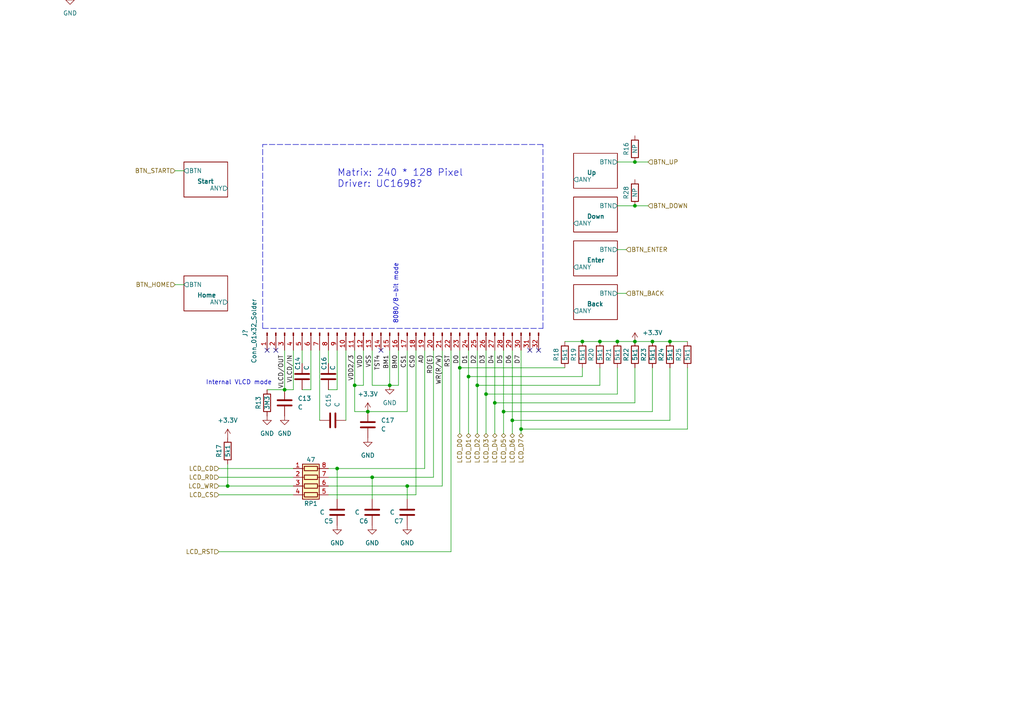
<source format=kicad_sch>
(kicad_sch (version 20211123) (generator eeschema)
  (paper "A4")
  (lib_symbols
    (symbol "Connector:Conn_01x32_Male" (pin_names (offset 1.016) hide)
      (property "Reference" "J" (at 0 40.64 0))
      (property "Value" "Conn_01x32_Male" (at 0 -43.18 0))
      (symbol "Conn_01x32_Male_1_1"
        (polyline (pts (xy 1.27 -40.64) (xy 0.8636 -40.64)) (stroke (width 0.1524)))
        (polyline (pts (xy 1.27 -38.1) (xy 0.8636 -38.1)) (stroke (width 0.1524)))
        (polyline (pts (xy 1.27 -35.56) (xy 0.8636 -35.56)) (stroke (width 0.1524)))
        (polyline (pts (xy 1.27 -33.02) (xy 0.8636 -33.02)) (stroke (width 0.1524)))
        (polyline (pts (xy 1.27 -30.48) (xy 0.8636 -30.48)) (stroke (width 0.1524)))
        (polyline (pts (xy 1.27 -27.94) (xy 0.8636 -27.94)) (stroke (width 0.1524)))
        (polyline (pts (xy 1.27 -25.4) (xy 0.8636 -25.4)) (stroke (width 0.1524)))
        (polyline (pts (xy 1.27 -22.86) (xy 0.8636 -22.86)) (stroke (width 0.1524)))
        (polyline (pts (xy 1.27 -20.32) (xy 0.8636 -20.32)) (stroke (width 0.1524)))
        (polyline (pts (xy 1.27 -17.78) (xy 0.8636 -17.78)) (stroke (width 0.1524)))
        (polyline (pts (xy 1.27 -15.24) (xy 0.8636 -15.24)) (stroke (width 0.1524)))
        (polyline (pts (xy 1.27 -12.7) (xy 0.8636 -12.7)) (stroke (width 0.1524)))
        (polyline (pts (xy 1.27 -10.16) (xy 0.8636 -10.16)) (stroke (width 0.1524)))
        (polyline (pts (xy 1.27 -7.62) (xy 0.8636 -7.62)) (stroke (width 0.1524)))
        (polyline (pts (xy 1.27 -5.08) (xy 0.8636 -5.08)) (stroke (width 0.1524)))
        (polyline (pts (xy 1.27 -2.54) (xy 0.8636 -2.54)) (stroke (width 0.1524)))
        (polyline (pts (xy 1.27 0) (xy 0.8636 0)) (stroke (width 0.1524)))
        (polyline (pts (xy 1.27 2.54) (xy 0.8636 2.54)) (stroke (width 0.1524)))
        (polyline (pts (xy 1.27 5.08) (xy 0.8636 5.08)) (stroke (width 0.1524)))
        (polyline (pts (xy 1.27 7.62) (xy 0.8636 7.62)) (stroke (width 0.1524)))
        (polyline (pts (xy 1.27 10.16) (xy 0.8636 10.16)) (stroke (width 0.1524)))
        (polyline (pts (xy 1.27 12.7) (xy 0.8636 12.7)) (stroke (width 0.1524)))
        (polyline (pts (xy 1.27 15.24) (xy 0.8636 15.24)) (stroke (width 0.1524)))
        (polyline (pts (xy 1.27 17.78) (xy 0.8636 17.78)) (stroke (width 0.1524)))
        (polyline (pts (xy 1.27 20.32) (xy 0.8636 20.32)) (stroke (width 0.1524)))
        (polyline (pts (xy 1.27 22.86) (xy 0.8636 22.86)) (stroke (width 0.1524)))
        (polyline (pts (xy 1.27 25.4) (xy 0.8636 25.4)) (stroke (width 0.1524)))
        (polyline (pts (xy 1.27 27.94) (xy 0.8636 27.94)) (stroke (width 0.1524)))
        (polyline (pts (xy 1.27 30.48) (xy 0.8636 30.48)) (stroke (width 0.1524)))
        (polyline (pts (xy 1.27 33.02) (xy 0.8636 33.02)) (stroke (width 0.1524)))
        (polyline (pts (xy 1.27 35.56) (xy 0.8636 35.56)) (stroke (width 0.1524)))
        (polyline (pts (xy 1.27 38.1) (xy 0.8636 38.1)) (stroke (width 0.1524)))
        (rectangle (start 0.8636 -40.513) (end 0 -40.767) (stroke (width 0.1524)) (fill (type outline)))
        (rectangle (start 0.8636 -37.973) (end 0 -38.227) (stroke (width 0.1524)) (fill (type outline)))
        (rectangle (start 0.8636 -35.433) (end 0 -35.687) (stroke (width 0.1524)) (fill (type outline)))
        (rectangle (start 0.8636 -32.893) (end 0 -33.147) (stroke (width 0.1524)) (fill (type outline)))
        (rectangle (start 0.8636 -30.353) (end 0 -30.607) (stroke (width 0.1524)) (fill (type outline)))
        (rectangle (start 0.8636 -27.813) (end 0 -28.067) (stroke (width 0.1524)) (fill (type outline)))
        (rectangle (start 0.8636 -25.273) (end 0 -25.527) (stroke (width 0.1524)) (fill (type outline)))
        (rectangle (start 0.8636 -22.733) (end 0 -22.987) (stroke (width 0.1524)) (fill (type outline)))
        (rectangle (start 0.8636 -20.193) (end 0 -20.447) (stroke (width 0.1524)) (fill (type outline)))
        (rectangle (start 0.8636 -17.653) (end 0 -17.907) (stroke (width 0.1524)) (fill (type outline)))
        (rectangle (start 0.8636 -15.113) (end 0 -15.367) (stroke (width 0.1524)) (fill (type outline)))
        (rectangle (start 0.8636 -12.573) (end 0 -12.827) (stroke (width 0.1524)) (fill (type outline)))
        (rectangle (start 0.8636 -10.033) (end 0 -10.287) (stroke (width 0.1524)) (fill (type outline)))
        (rectangle (start 0.8636 -7.493) (end 0 -7.747) (stroke (width 0.1524)) (fill (type outline)))
        (rectangle (start 0.8636 -4.953) (end 0 -5.207) (stroke (width 0.1524)) (fill (type outline)))
        (rectangle (start 0.8636 -2.413) (end 0 -2.667) (stroke (width 0.1524)) (fill (type outline)))
        (rectangle (start 0.8636 0.127) (end 0 -0.127) (stroke (width 0.1524)) (fill (type outline)))
        (rectangle (start 0.8636 2.667) (end 0 2.413) (stroke (width 0.1524)) (fill (type outline)))
        (rectangle (start 0.8636 5.207) (end 0 4.953) (stroke (width 0.1524)) (fill (type outline)))
        (rectangle (start 0.8636 7.747) (end 0 7.493) (stroke (width 0.1524)) (fill (type outline)))
        (rectangle (start 0.8636 10.287) (end 0 10.033) (stroke (width 0.1524)) (fill (type outline)))
        (rectangle (start 0.8636 12.827) (end 0 12.573) (stroke (width 0.1524)) (fill (type outline)))
        (rectangle (start 0.8636 15.367) (end 0 15.113) (stroke (width 0.1524)) (fill (type outline)))
        (rectangle (start 0.8636 17.907) (end 0 17.653) (stroke (width 0.1524)) (fill (type outline)))
        (rectangle (start 0.8636 20.447) (end 0 20.193) (stroke (width 0.1524)) (fill (type outline)))
        (rectangle (start 0.8636 22.987) (end 0 22.733) (stroke (width 0.1524)) (fill (type outline)))
        (rectangle (start 0.8636 25.527) (end 0 25.273) (stroke (width 0.1524)) (fill (type outline)))
        (rectangle (start 0.8636 28.067) (end 0 27.813) (stroke (width 0.1524)) (fill (type outline)))
        (rectangle (start 0.8636 30.607) (end 0 30.353) (stroke (width 0.1524)) (fill (type outline)))
        (rectangle (start 0.8636 33.147) (end 0 32.893) (stroke (width 0.1524)) (fill (type outline)))
        (rectangle (start 0.8636 35.687) (end 0 35.433) (stroke (width 0.1524)) (fill (type outline)))
        (rectangle (start 0.8636 38.227) (end 0 37.973) (stroke (width 0.1524)) (fill (type outline)))
        (pin passive line (at 5.08 38.1 180) (length 3.81) (name "Pin_1") (number "1"))
        (pin passive line (at 5.08 15.24 180) (length 3.81) (name "Pin_10") (number "10"))
        (pin passive line (at 5.08 12.7 180) (length 3.81) (name "Pin_11") (number "11"))
        (pin passive line (at 5.08 10.16 180) (length 3.81) (name "Pin_12") (number "12"))
        (pin passive line (at 5.08 7.62 180) (length 3.81) (name "Pin_13") (number "13"))
        (pin passive line (at 5.08 5.08 180) (length 3.81) (name "Pin_14") (number "14"))
        (pin passive line (at 5.08 2.54 180) (length 3.81) (name "Pin_15") (number "15"))
        (pin passive line (at 5.08 0 180) (length 3.81) (name "Pin_16") (number "16"))
        (pin passive line (at 5.08 -2.54 180) (length 3.81) (name "Pin_17") (number "17"))
        (pin passive line (at 5.08 -5.08 180) (length 3.81) (name "Pin_18") (number "18"))
        (pin passive line (at 5.08 -7.62 180) (length 3.81) (name "Pin_19") (number "19"))
        (pin passive line (at 5.08 35.56 180) (length 3.81) (name "Pin_2") (number "2"))
        (pin passive line (at 5.08 -10.16 180) (length 3.81) (name "Pin_20") (number "20"))
        (pin passive line (at 5.08 -12.7 180) (length 3.81) (name "Pin_21") (number "21"))
        (pin passive line (at 5.08 -15.24 180) (length 3.81) (name "Pin_22") (number "22"))
        (pin passive line (at 5.08 -17.78 180) (length 3.81) (name "Pin_23") (number "23"))
        (pin passive line (at 5.08 -20.32 180) (length 3.81) (name "Pin_24") (number "24"))
        (pin passive line (at 5.08 -22.86 180) (length 3.81) (name "Pin_25") (number "25"))
        (pin passive line (at 5.08 -25.4 180) (length 3.81) (name "Pin_26") (number "26"))
        (pin passive line (at 5.08 -27.94 180) (length 3.81) (name "Pin_27") (number "27"))
        (pin passive line (at 5.08 -30.48 180) (length 3.81) (name "Pin_28") (number "28"))
        (pin passive line (at 5.08 -33.02 180) (length 3.81) (name "Pin_29") (number "29"))
        (pin passive line (at 5.08 33.02 180) (length 3.81) (name "Pin_3") (number "3"))
        (pin passive line (at 5.08 -35.56 180) (length 3.81) (name "Pin_30") (number "30"))
        (pin passive line (at 5.08 -38.1 180) (length 3.81) (name "Pin_31") (number "31"))
        (pin passive line (at 5.08 -40.64 180) (length 3.81) (name "Pin_32") (number "32"))
        (pin passive line (at 5.08 30.48 180) (length 3.81) (name "Pin_4") (number "4"))
        (pin passive line (at 5.08 27.94 180) (length 3.81) (name "Pin_5") (number "5"))
        (pin passive line (at 5.08 25.4 180) (length 3.81) (name "Pin_6") (number "6"))
        (pin passive line (at 5.08 22.86 180) (length 3.81) (name "Pin_7") (number "7"))
        (pin passive line (at 5.08 20.32 180) (length 3.81) (name "Pin_8") (number "8"))
        (pin passive line (at 5.08 17.78 180) (length 3.81) (name "Pin_9") (number "9"))
      )
    )
    (symbol "Device:C" (pin_numbers hide) (pin_names (offset 0.254))
      (property "Reference" "C" (at 0.635 2.54 0))
      (property "Value" "C" (at 0.635 -2.54 0))
      (symbol "C_0_1"
        (polyline (pts (xy -2.032 -0.762) (xy 2.032 -0.762)) (stroke (width 0.508)))
        (polyline (pts (xy -2.032 0.762) (xy 2.032 0.762)) (stroke (width 0.508)))
      )
      (symbol "C_1_1"
        (pin passive line (at 0 3.81 270) (length 2.794) (name "~") (number "1"))
        (pin passive line (at 0 -3.81 90) (length 2.794) (name "~") (number "2"))
      )
    )
    (symbol "Device:LED_Series" (pin_names (offset 1.016) hide)
      (property "Reference" "D" (at 0 5.715 0))
      (property "Value" "LED_Series" (at 0 3.81 0))
      (symbol "LED_Series_0_1"
        (polyline (pts (xy -3.81 0) (xy -1.016 0)))
        (polyline (pts (xy -3.683 -1.27) (xy -3.683 1.27)) (stroke (width 0.254)))
        (polyline (pts (xy -0.508 0) (xy -0.762 0)))
        (polyline (pts (xy 0.127 0) (xy -0.127 0)))
        (polyline (pts (xy 0.508 0) (xy 0.762 0)))
        (polyline (pts (xy 1.016 0) (xy 3.81 0)))
        (polyline (pts (xy 1.143 -1.27) (xy 1.143 1.27)) (stroke (width 0.254)))
        (polyline (pts (xy -1.143 -1.27) (xy -1.143 1.27) (xy -3.683 0) (xy -1.143 -1.27)) (stroke (width 0.254)))
        (polyline (pts (xy 3.683 -1.27) (xy 3.683 1.27) (xy 1.143 0) (xy 3.683 -1.27)) (stroke (width 0.254)))
        (polyline (pts (xy -3.302 1.397) (xy -1.778 2.921) (xy -2.54 2.921) (xy -1.778 2.921) (xy -1.778 2.159)))
        (polyline (pts (xy -2.032 1.397) (xy -0.508 2.921) (xy -1.27 2.921) (xy -0.508 2.921) (xy -0.508 2.159)))
        (polyline (pts (xy 1.524 1.397) (xy 3.048 2.921) (xy 2.286 2.921) (xy 3.048 2.921) (xy 3.048 2.159)))
        (polyline (pts (xy 2.794 1.397) (xy 4.318 2.921) (xy 3.556 2.921) (xy 4.318 2.921) (xy 4.318 2.159)))
      )
      (symbol "LED_Series_1_1"
        (pin passive line (at -6.35 0 0) (length 2.54) (name "K") (number "1"))
        (pin passive line (at 6.35 0 180) (length 2.54) (name "A") (number "2"))
      )
    )
    (symbol "Device:Q_NPN_BEC" (pin_names (offset 0) hide)
      (property "Reference" "Q" (at 5.08 1.27 0))
      (property "Value" "Q_NPN_BEC" (at 5.08 -1.27 0))
      (symbol "Q_NPN_BEC_0_1"
        (polyline (pts (xy 0.635 0.635) (xy 2.54 2.54)))
        (polyline (pts (xy 0.635 -0.635) (xy 2.54 -2.54) (xy 2.54 -2.54)))
        (polyline (pts (xy 0.635 1.905) (xy 0.635 -1.905) (xy 0.635 -1.905)) (stroke (width 0.508)))
        (polyline (pts (xy 1.27 -1.778) (xy 1.778 -1.27) (xy 2.286 -2.286) (xy 1.27 -1.778) (xy 1.27 -1.778)) (fill (type outline)))
        (circle (center 1.27 0) (radius 2.8194) (stroke (width 0.254)))
      )
      (symbol "Q_NPN_BEC_1_1"
        (pin input line (at -5.08 0 0) (length 5.715) (name "B") (number "1"))
        (pin passive line (at 2.54 -5.08 90) (length 2.54) (name "E") (number "2"))
        (pin passive line (at 2.54 5.08 270) (length 2.54) (name "C") (number "3"))
      )
    )
    (symbol "Device:R" (pin_numbers hide) (pin_names (offset 0))
      (property "Reference" "R" (at 2.032 0 90))
      (property "Value" "R" (at 0 0 90))
      (symbol "R_0_1"
        (rectangle (start -1.016 -2.54) (end 1.016 2.54) (stroke (width 0.254)))
      )
      (symbol "R_1_1"
        (pin passive line (at 0 3.81 270) (length 1.27) (name "~") (number "1"))
        (pin passive line (at 0 -3.81 90) (length 1.27) (name "~") (number "2"))
      )
    )
    (symbol "Device:R_Pack04" (pin_names (offset 0) hide)
      (property "Reference" "RN" (at -7.62 0 90))
      (property "Value" "R_Pack04" (at 5.08 0 90))
      (symbol "R_Pack04_0_1"
        (rectangle (start -6.35 -2.413) (end 3.81 2.413) (stroke (width 0.254)) (fill (type background)))
        (rectangle (start -5.715 1.905) (end -4.445 -1.905) (stroke (width 0.254)))
        (rectangle (start -3.175 1.905) (end -1.905 -1.905) (stroke (width 0.254)))
        (rectangle (start -0.635 1.905) (end 0.635 -1.905) (stroke (width 0.254)))
        (polyline (pts (xy -5.08 -2.54) (xy -5.08 -1.905)))
        (polyline (pts (xy -5.08 1.905) (xy -5.08 2.54)))
        (polyline (pts (xy -2.54 -2.54) (xy -2.54 -1.905)))
        (polyline (pts (xy -2.54 1.905) (xy -2.54 2.54)))
        (polyline (pts (xy 0 -2.54) (xy 0 -1.905)))
        (polyline (pts (xy 0 1.905) (xy 0 2.54)))
        (polyline (pts (xy 2.54 -2.54) (xy 2.54 -1.905)))
        (polyline (pts (xy 2.54 1.905) (xy 2.54 2.54)))
        (rectangle (start 1.905 1.905) (end 3.175 -1.905) (stroke (width 0.254)))
      )
      (symbol "R_Pack04_1_1"
        (pin passive line (at -5.08 -5.08 90) (length 2.54) (name "R1.1") (number "1"))
        (pin passive line (at -2.54 -5.08 90) (length 2.54) (name "R2.1") (number "2"))
        (pin passive line (at 0 -5.08 90) (length 2.54) (name "R3.1") (number "3"))
        (pin passive line (at 2.54 -5.08 90) (length 2.54) (name "R4.1") (number "4"))
        (pin passive line (at 2.54 5.08 270) (length 2.54) (name "R4.2") (number "5"))
        (pin passive line (at 0 5.08 270) (length 2.54) (name "R3.2") (number "6"))
        (pin passive line (at -2.54 5.08 270) (length 2.54) (name "R2.2") (number "7"))
        (pin passive line (at -5.08 5.08 270) (length 2.54) (name "R1.2") (number "8"))
      )
    )
    (symbol "power:+3.3V" (power) (pin_names (offset 0))
      (property "Value" "+3.3V" (at 0 3.556 0))
      (symbol "+3.3V_0_1"
        (polyline (pts (xy -0.762 1.27) (xy 0 2.54)))
        (polyline (pts (xy 0 0) (xy 0 2.54)))
        (polyline (pts (xy 0 2.54) (xy 0.762 1.27)))
      )
      (symbol "+3.3V_1_1"
        (pin power_in line (at 0 0 90) (length 0) hide (name "+3.3V") (number "1"))
      )
    )
    (symbol "power:GND" (power) (pin_names (offset 0))
      (property "Value" "GND" (at 0 -3.81 0))
      (symbol "GND_0_1"
        (polyline (pts (xy 0 0) (xy 0 -1.27) (xy 1.27 -1.27) (xy 0 -2.54) (xy -1.27 -1.27) (xy 0 -1.27)))
      )
      (symbol "GND_1_1"
        (pin power_in line (at 0 0 270) (length 0) hide (name "GND") (number "1"))
      )
    )
  )
  (junction (at 140.97 114.3))
  (junction (at 194.31 99.06))
  (junction (at 66.04 140.97))
  (junction (at 179.07 99.06))
  (junction (at 184.15 99.06))
  (junction (at 102.87 111.76))
  (junction (at 168.91 99.06))
  (junction (at 146.05 119.38))
  (junction (at 106.68 119.38))
  (junction (at 189.23 99.06))
  (junction (at 173.99 99.06))
  (junction (at 148.59 121.92))
  (junction (at 82.55 113.03))
  (junction (at 107.95 138.43))
  (junction (at 184.15 46.99))
  (junction (at 151.13 124.46))
  (junction (at 133.35 106.68))
  (junction (at 97.79 135.89))
  (junction (at 135.89 109.22))
  (junction (at 184.15 59.69))
  (junction (at 138.43 111.76))
  (junction (at 113.03 111.76))
  (junction (at 118.11 140.97))
  (junction (at 143.51 116.84))
  (no_connect (at 156.21 101.6))
  (no_connect (at 153.67 101.6))
  (no_connect (at 77.47 101.6))
  (no_connect (at 80.01 101.6))
  (no_connect (at 110.49 101.6))
  (wire (pts (xy 10.16 -8.89) (xy 12.7 -8.89)))
  (wire (pts (xy 184.15 46.99) (xy 179.07 46.99)))
  (wire (pts (xy 168.91 106.68) (xy 168.91 109.22)))
  (wire (pts (xy 102.87 101.6) (xy 102.87 111.76)))
  (wire (pts (xy 120.65 101.6) (xy 120.65 143.51)))
  (wire (pts (xy 63.5 160.02) (xy 130.81 160.02)))
  (wire (pts (xy 189.23 99.06) (xy 184.15 99.06)))
  (wire (pts (xy 118.11 119.38) (xy 118.11 101.6)))
  (wire (pts (xy 100.33 121.92) (xy 100.33 101.6)))
  (wire (pts (xy 97.79 113.03) (xy 97.79 101.6)))
  (wire (pts (xy 133.35 106.68) (xy 133.35 125.73)))
  (wire (pts (xy 95.25 135.89) (xy 97.79 135.89)))
  (wire (pts (xy 179.07 99.06) (xy 173.99 99.06)))
  (wire (pts (xy 151.13 124.46) (xy 151.13 125.73)))
  (wire (pts (xy 184.15 106.68) (xy 184.15 116.84)))
  (wire (pts (xy 184.15 99.06) (xy 179.07 99.06)))
  (wire (pts (xy 113.03 111.76) (xy 113.03 101.6)))
  (wire (pts (xy 95.25 143.51) (xy 120.65 143.51)))
  (wire (pts (xy 97.79 135.89) (xy 97.79 144.78)))
  (wire (pts (xy 148.59 121.92) (xy 148.59 125.73)))
  (polyline (pts (xy 157.48 95.25) (xy 157.48 41.91)))
  (wire (pts (xy 95.25 105.41) (xy 95.25 101.6)))
  (wire (pts (xy 107.95 101.6) (xy 107.95 111.76)))
  (wire (pts (xy 146.05 119.38) (xy 146.05 101.6)))
  (polyline (pts (xy 76.2 95.25) (xy 76.2 41.91)))
  (wire (pts (xy 168.91 109.22) (xy 135.89 109.22)))
  (wire (pts (xy 107.95 144.78) (xy 107.95 138.43)))
  (wire (pts (xy 105.41 111.76) (xy 102.87 111.76)))
  (wire (pts (xy 140.97 114.3) (xy 140.97 101.6)))
  (wire (pts (xy 107.95 111.76) (xy 113.03 111.76)))
  (wire (pts (xy 151.13 101.6) (xy 151.13 124.46)))
  (wire (pts (xy 138.43 111.76) (xy 138.43 125.73)))
  (wire (pts (xy 118.11 140.97) (xy 128.27 140.97)))
  (polyline (pts (xy 76.2 95.25) (xy 157.48 95.25)))
  (wire (pts (xy 66.04 134.62) (xy 66.04 140.97)))
  (wire (pts (xy 143.51 116.84) (xy 143.51 101.6)))
  (wire (pts (xy 92.71 121.92) (xy 92.71 101.6)))
  (wire (pts (xy 199.39 106.68) (xy 199.39 124.46)))
  (wire (pts (xy 123.19 101.6) (xy 123.19 135.89)))
  (wire (pts (xy -1.27 -8.89) (xy 2.54 -8.89)))
  (wire (pts (xy 194.31 121.92) (xy 148.59 121.92)))
  (wire (pts (xy 189.23 119.38) (xy 146.05 119.38)))
  (wire (pts (xy 187.96 59.69) (xy 184.15 59.69)))
  (wire (pts (xy 130.81 160.02) (xy 130.81 101.6)))
  (wire (pts (xy 77.47 113.03) (xy 82.55 113.03)))
  (wire (pts (xy 102.87 119.38) (xy 102.87 111.76)))
  (wire (pts (xy 102.87 119.38) (xy 106.68 119.38)))
  (wire (pts (xy 36.83 -17.78) (xy 33.02 -17.78)))
  (wire (pts (xy 95.25 113.03) (xy 97.79 113.03)))
  (wire (pts (xy 173.99 99.06) (xy 168.91 99.06)))
  (wire (pts (xy 95.25 140.97) (xy 118.11 140.97)))
  (wire (pts (xy 97.79 135.89) (xy 123.19 135.89)))
  (wire (pts (xy 146.05 119.38) (xy 146.05 125.73)))
  (wire (pts (xy 128.27 140.97) (xy 128.27 101.6)))
  (wire (pts (xy 135.89 109.22) (xy 135.89 125.73)))
  (wire (pts (xy 63.5 138.43) (xy 85.09 138.43)))
  (wire (pts (xy 50.8 82.55) (xy 53.34 82.55)))
  (wire (pts (xy 187.96 46.99) (xy 184.15 46.99)))
  (wire (pts (xy 118.11 140.97) (xy 118.11 144.78)))
  (wire (pts (xy 85.09 113.03) (xy 85.09 101.6)))
  (wire (pts (xy 105.41 101.6) (xy 105.41 111.76)))
  (wire (pts (xy 87.63 105.41) (xy 87.63 101.6)))
  (wire (pts (xy 66.04 140.97) (xy 85.09 140.97)))
  (wire (pts (xy 135.89 109.22) (xy 135.89 101.6)))
  (wire (pts (xy 151.13 124.46) (xy 199.39 124.46)))
  (wire (pts (xy 20.32 -17.78) (xy 20.32 -13.97)))
  (wire (pts (xy 66.04 140.97) (xy 63.5 140.97)))
  (wire (pts (xy 63.5 143.51) (xy 85.09 143.51)))
  (wire (pts (xy 107.95 138.43) (xy 125.73 138.43)))
  (wire (pts (xy 20.32 -3.81) (xy 20.32 -1.27)))
  (wire (pts (xy 163.83 106.68) (xy 133.35 106.68)))
  (wire (pts (xy 115.57 101.6) (xy 115.57 111.76)))
  (wire (pts (xy 46.99 -21.59) (xy 46.99 -17.78)))
  (wire (pts (xy 95.25 138.43) (xy 107.95 138.43)))
  (wire (pts (xy 50.8 49.53) (xy 53.34 49.53)))
  (wire (pts (xy 138.43 111.76) (xy 138.43 101.6)))
  (wire (pts (xy 189.23 106.68) (xy 189.23 119.38)))
  (wire (pts (xy 82.55 101.6) (xy 82.55 113.03)))
  (polyline (pts (xy 157.48 41.91) (xy 76.2 41.91)))
  (wire (pts (xy 125.73 138.43) (xy 125.73 101.6)))
  (wire (pts (xy 63.5 135.89) (xy 85.09 135.89)))
  (wire (pts (xy 181.61 72.39) (xy 179.07 72.39)))
  (wire (pts (xy 184.15 116.84) (xy 143.51 116.84)))
  (wire (pts (xy 87.63 113.03) (xy 90.17 113.03)))
  (wire (pts (xy 148.59 121.92) (xy 148.59 101.6)))
  (wire (pts (xy 173.99 106.68) (xy 173.99 111.76)))
  (wire (pts (xy 181.61 85.09) (xy 179.07 85.09)))
  (wire (pts (xy 140.97 114.3) (xy 140.97 125.73)))
  (wire (pts (xy 133.35 106.68) (xy 133.35 101.6)))
  (wire (pts (xy 194.31 106.68) (xy 194.31 121.92)))
  (wire (pts (xy 179.07 106.68) (xy 179.07 114.3)))
  (wire (pts (xy 115.57 111.76) (xy 113.03 111.76)))
  (wire (pts (xy 199.39 99.06) (xy 194.31 99.06)))
  (wire (pts (xy 173.99 111.76) (xy 138.43 111.76)))
  (wire (pts (xy 82.55 113.03) (xy 85.09 113.03)))
  (wire (pts (xy 90.17 101.6) (xy 90.17 113.03)))
  (wire (pts (xy 189.23 99.06) (xy 194.31 99.06)))
  (wire (pts (xy 184.15 59.69) (xy 179.07 59.69)))
  (wire (pts (xy 143.51 116.84) (xy 143.51 125.73)))
  (wire (pts (xy 168.91 99.06) (xy 163.83 99.06)))
  (wire (pts (xy 179.07 114.3) (xy 140.97 114.3)))
  (wire (pts (xy 106.68 119.38) (xy 118.11 119.38)))
  (wire (pts (xy 46.99 -17.78) (xy 44.45 -17.78)))
  (text "Internal VLCD mode" (at 59.69 111.76 0) (effects (font (size 1.27 1.27)) (justify left bottom)))
  (text "Matrix: 240 * 128 Pixel\nDriver: UC1698?" (at 97.79 54.61 0) (effects (font (size 2 2)) (justify left bottom)))
  (text "8080/8-bit mode" (at 115.57 93.98 90) (effects (font (size 1.27 1.27)) (justify left bottom)))
  (label "VDD2{slash}3" (at 102.87 102.87 270))
  (label "RD(E)" (at 125.73 102.87 270))
  (label "TST4" (at 110.49 102.87 270))
  (label "RST" (at 130.81 102.87 270))
  (label "CS0" (at 120.65 102.87 270))
  (label "D1" (at 135.89 102.87 270))
  (label "D3" (at 140.97 102.87 270))
  (label "WR(R{slash}W)" (at 128.27 102.87 270))
  (label "D7" (at 151.13 102.87 270))
  (label "BM1" (at 113.03 102.87 270))
  (label "D2" (at 138.43 102.87 270))
  (label "D4" (at 143.51 102.87 270))
  (label "D6" (at 148.59 102.87 270))
  (label "A0" (at 123.19 102.87 270))
  (label "VSS" (at 107.95 102.87 270))
  (label "VDD" (at 105.41 102.87 270))
  (label "VLCD{slash}OUT" (at 82.55 102.87 270))
  (label "D0" (at 133.35 102.87 270))
  (label "BM0" (at 115.57 102.87 270))
  (label "VLCD{slash}IN" (at 85.09 102.87 270))
  (label "CS1" (at 118.11 102.87 270))
  (label "D5" (at 146.05 102.87 270))
  (hierarchical_label "LCD_CS" (shape input) (at 63.5 143.51 180))
  (hierarchical_label "BTN_ENTER" (shape input) (at 181.61 72.39 0))
  (hierarchical_label "BTN_DOWN" (shape input) (at 187.96 59.69 0))
  (hierarchical_label "LCD_D4" (shape bidirectional) (at 143.51 125.73 270))
  (hierarchical_label "LCD_RD" (shape input) (at 63.5 138.43 180))
  (hierarchical_label "BTN_BACK" (shape input) (at 181.61 85.09 0))
  (hierarchical_label "BTN_UP" (shape input) (at 187.96 46.99 0))
  (hierarchical_label "LCD_D1" (shape bidirectional) (at 135.89 125.73 270))
  (hierarchical_label "LCD_D6" (shape bidirectional) (at 148.59 125.73 270))
  (hierarchical_label "LCD_D7" (shape bidirectional) (at 151.13 125.73 270))
  (hierarchical_label "LCD_D2" (shape bidirectional) (at 138.43 125.73 270))
  (hierarchical_label "LCD_D5" (shape bidirectional) (at 146.05 125.73 270))
  (hierarchical_label "LCD_D0" (shape bidirectional) (at 133.35 125.73 270))
  (hierarchical_label "LCD_RST" (shape input) (at 63.5 160.02 180))
  (hierarchical_label "LCD_WR" (shape input) (at 63.5 140.97 180))
  (hierarchical_label "LCD_CD" (shape input) (at 63.5 135.89 180))
  (hierarchical_label "LCD_D3" (shape bidirectional) (at 140.97 125.73 270))
  (hierarchical_label "LCD_BACKLIGHT" (shape input) (at -1.27 -8.89 180))
  (hierarchical_label "BTN_HOME" (shape input) (at 50.8 82.55 180))
  (hierarchical_label "BTN_START" (shape input) (at 50.8 49.53 180))
  (symbol (lib_id "Device:C") (at 82.55 116.84 0) (unit 1)
    (property "Reference" "C13" (at 86.36 115.5699 0) (effects (justify left)))
    (property "Value" "C" (at 86.36 118.1099 0) (effects (justify left)))
  )
  (symbol (lib_id "Device:C") (at 87.63 109.22 180) (unit 1)
    (property "Reference" "C14" (at 86.36 105.41 90))
    (property "Value" "C" (at 88.9 106.68 90))
  )
  (symbol (lib_id "Device:R") (at 184.15 43.18 180) (unit 1)
    (property "Reference" "R16" (at 181.61 43.18 90))
    (property "Value" "NP" (at 184.15 43.18 90))
  )
  (symbol (lib_id "Device:C") (at 95.25 109.22 180) (unit 1)
    (property "Reference" "C16" (at 93.98 105.41 90))
    (property "Value" "C" (at 96.52 106.68 90))
  )
  (symbol (lib_id "Device:R") (at 66.04 130.81 0) (mirror y) (unit 1)
    (property "Reference" "R17" (at 63.5 130.81 90))
    (property "Value" "5k1" (at 66.04 130.81 90))
  )
  (symbol (lib_id "Device:R") (at 184.15 55.88 180) (unit 1)
    (property "Reference" "R28" (at 181.61 55.88 90))
    (property "Value" "NP" (at 184.15 55.88 90))
  )
  (symbol (lib_id "Connector:Conn_01x32_Male") (at 115.57 96.52 90) (mirror x) (unit 1)
    (property "Reference" "J?" (at 71.12 97.79 0) (effects (justify right)))
    (property "Value" "Conn_01x32_Solder" (at 73.66 105.41 0) (effects (justify right)))
  )
  (symbol (lib_id "Device:C") (at 97.79 148.59 0) (unit 1)
    (property "Reference" "C5" (at 93.98 151.13 0) (effects (justify left)))
    (property "Value" "C" (at 92.71 148.59 0) (effects (justify left)))
  )
  (symbol (lib_id "Device:R") (at 163.83 102.87 180) (unit 1)
    (property "Reference" "R18" (at 161.29 102.87 90))
    (property "Value" "5k1" (at 163.83 102.87 90))
  )
  (symbol (lib_id "Device:R") (at 173.99 102.87 180) (unit 1)
    (property "Reference" "R20" (at 171.45 102.87 90))
    (property "Value" "5k1" (at 173.99 102.87 90))
  )
  (symbol (lib_id "Device:R_Pack04") (at 90.17 140.97 270) (unit 1)
    (property "Reference" "RP1" (at 90.17 146.05 90))
    (property "Value" "47" (at 90.17 133.35 90))
  )
  (symbol (lib_id "Device:C") (at 106.68 123.19 0) (unit 1)
    (property "Reference" "C17" (at 110.49 121.9199 0) (effects (justify left)))
    (property "Value" "C" (at 110.49 124.4599 0) (effects (justify left)))
  )
  (symbol (lib_id "Device:R") (at 194.31 102.87 180) (unit 1)
    (property "Reference" "R24" (at 191.77 102.87 90))
    (property "Value" "5k1" (at 194.31 102.87 90))
  )
  (symbol (lib_id "Device:R") (at 168.91 102.87 180) (unit 1)
    (property "Reference" "R19" (at 166.37 102.87 90))
    (property "Value" "5k1" (at 168.91 102.87 90))
  )
  (symbol (lib_id "Device:Q_NPN_BEC") (at 17.78 -8.89 0) (unit 1)
    (property "Reference" "Q1" (at 22.86 -10.1601 0) (effects (justify left)))
    (property "Value" "Q_NPN_BEC" (at 22.86 -7.6201 0) (effects (justify left)))
  )
  (symbol (lib_id "power:+3.3V") (at 106.68 119.38 0) (unit 1)
    (property "Reference" "#PWR?" (effects hide))
    (property "Value" "+3.3V" (at 106.68 114.3 0))
  )
  (symbol (lib_id "power:+3.3V") (at 184.15 99.06 0) (mirror y) (unit 1)
    (property "Reference" "#PWR?" (effects hide))
    (property "Value" "+3.3V" (at 189.23 96.52 0))
  )
  (symbol (lib_id "power:GND") (at 82.55 120.65 0) (unit 1)
    (property "Reference" "#PWR?" (effects hide))
    (property "Value" "GND" (at 82.55 125.73 0))
  )
  (symbol (lib_id "Device:R") (at 199.39 102.87 180) (unit 1)
    (property "Reference" "R25" (at 196.85 102.87 90))
    (property "Value" "5k1" (at 199.39 102.87 90))
  )
  (symbol (lib_id "Device:R") (at 77.47 116.84 0) (mirror y) (unit 1)
    (property "Reference" "R13" (at 74.93 116.84 90))
    (property "Value" "3M3" (at 77.47 116.84 90))
  )
  (symbol (lib_id "power:GND") (at 106.68 127 0) (unit 1)
    (property "Reference" "#PWR?" (effects hide))
    (property "Value" "GND" (at 106.68 132.08 0))
  )
  (symbol (lib_id "Device:C") (at 96.52 121.92 90) (unit 1)
    (property "Reference" "C15" (at 95.2499 118.11 0) (effects (justify left)))
    (property "Value" "C" (at 97.7899 118.11 0) (effects (justify left)))
  )
  (symbol (lib_id "Device:R") (at 179.07 102.87 180) (unit 1)
    (property "Reference" "R21" (at 176.53 102.87 90))
    (property "Value" "5k1" (at 179.07 102.87 90))
  )
  (symbol (lib_id "power:GND") (at 97.79 152.4 0) (unit 1)
    (property "Reference" "#PWR?" (effects hide))
    (property "Value" "GND" (at 97.79 157.48 0))
  )
  (symbol (lib_id "power:+3.3V") (at 66.04 127 0) (unit 1)
    (property "Reference" "#PWR?" (effects hide))
    (property "Value" "+3.3V" (at 66.04 121.92 0))
  )
  (symbol (lib_id "power:GND") (at 113.03 111.76 0) (unit 1)
    (property "Reference" "#PWR?" (effects hide))
    (property "Value" "GND" (at 113.03 116.84 0))
  )
  (symbol (lib_id "power:+3.3V") (at 46.99 -21.59 0) (mirror y) (unit 1)
    (property "Reference" "#PWR?" (effects hide))
    (property "Value" "+3.3V" (at 46.99 -26.67 0))
  )
  (symbol (lib_id "Device:C") (at 107.95 148.59 0) (unit 1)
    (property "Reference" "C6" (at 104.14 151.13 0) (effects (justify left)))
    (property "Value" "C" (at 102.87 148.59 0) (effects (justify left)))
  )
  (symbol (lib_id "power:GND") (at 20.32 -1.27 0) (unit 1)
    (property "Reference" "#PWR?" (effects hide))
    (property "Value" "GND" (at 20.32 3.81 0))
  )
  (symbol (lib_id "power:GND") (at 118.11 152.4 0) (unit 1)
    (property "Reference" "#PWR?" (effects hide))
    (property "Value" "GND" (at 118.11 157.48 0))
  )
  (symbol (lib_id "power:GND") (at 77.47 120.65 0) (unit 1)
    (property "Reference" "#PWR?" (effects hide))
    (property "Value" "GND" (at 77.47 125.73 0))
  )
  (symbol (lib_id "Device:R") (at 189.23 102.87 180) (unit 1)
    (property "Reference" "R23" (at 186.69 102.87 90))
    (property "Value" "5k1" (at 189.23 102.87 90))
  )
  (symbol (lib_id "power:GND") (at 107.95 152.4 0) (unit 1)
    (property "Reference" "#PWR?" (effects hide))
    (property "Value" "GND" (at 107.95 157.48 0))
  )
  (symbol (lib_id "Device:R") (at 184.15 102.87 180) (unit 1)
    (property "Reference" "R22" (at 181.61 102.87 90))
    (property "Value" "5k1" (at 184.15 102.87 90))
  )
  (symbol (lib_id "Device:LED_Series") (at 26.67 -17.78 0) (unit 1)
    (property "Reference" "D?" (at 26.924 -25.4 0))
    (property "Value" "LED_Backlight" (at 26.924 -22.86 0))
  )
  (symbol (lib_id "Device:C") (at 118.11 148.59 0) (unit 1)
    (property "Reference" "C7" (at 114.3 151.13 0) (effects (justify left)))
    (property "Value" "C" (at 113.03 148.59 0) (effects (justify left)))
  )
  (symbol (lib_id "Device:R") (at 6.35 -8.89 270) (mirror x) (unit 1)
    (property "Reference" "R33" (at 6.35 -11.43 90))
    (property "Value" "4k7" (at 6.35 -8.89 90))
  )
  (symbol (lib_id "Device:R") (at 40.64 -17.78 270) (mirror x) (unit 1)
    (property "Reference" "Rb1" (at 40.64 -20.32 90))
    (property "Value" "4R7" (at 40.64 -17.78 90))
  )
  (sheet (at 166.37 82.55) (size 12.7 10.16) (stroke (width 0.1524))
    (property "Sheet name" "Back" (at 170.18 88.9 0) (effects (font bold) (justify left bottom)))
    (property "Sheet file" "btn.kicad_sch" (effects hide))
    (pin "BTN" output (at 179.07 85.09 0))
    (pin "ANY" output (at 166.37 90.17 180))
  )
  (sheet (at 53.34 46.99) (size 12.7 10.16) (stroke (width 0.1524))
    (property "Sheet name" "Start" (at 57.15 53.34 0) (effects (font bold) (justify left bottom)))
    (property "Sheet file" "btn.kicad_sch" (effects hide))
    (pin "BTN" output (at 53.34 49.53 180))
    (pin "ANY" output (at 66.04 54.61 0))
  )
  (sheet (at 166.37 57.15) (size 12.7 10.16) (stroke (width 0.1524))
    (property "Sheet name" "Down" (at 170.18 63.5 0) (effects (font bold) (justify left bottom)))
    (property "Sheet file" "btn.kicad_sch" (effects hide))
    (pin "BTN" output (at 179.07 59.69 0))
    (pin "ANY" output (at 166.37 64.77 180))
  )
  (sheet (at 53.34 80.01) (size 12.7 10.16) (stroke (width 0.1524))
    (property "Sheet name" "Home" (at 57.15 86.36 0) (effects (font bold) (justify left bottom)))
    (property "Sheet file" "btn.kicad_sch" (effects hide))
    (pin "BTN" output (at 53.34 82.55 180))
    (pin "ANY" output (at 66.04 87.63 0))
  )
  (sheet (at 166.37 44.45) (size 12.7 10.16) (stroke (width 0.1524))
    (property "Sheet name" "Up" (at 170.18 50.8 0) (effects (font bold) (justify left bottom)))
    (property "Sheet file" "btn.kicad_sch" (effects hide))
    (pin "BTN" output (at 179.07 46.99 0))
    (pin "ANY" output (at 166.37 52.07 180))
  )
  (sheet (at 166.37 69.85) (size 12.7 10.16) (stroke (width 0.1524))
    (property "Sheet name" "Enter" (at 170.18 76.2 0) (effects (font bold) (justify left bottom)))
    (property "Sheet file" "btn.kicad_sch" (effects hide))
    (pin "BTN" output (at 179.07 72.39 0))
    (pin "ANY" output (at 166.37 77.47 180))
  )
)
</source>
